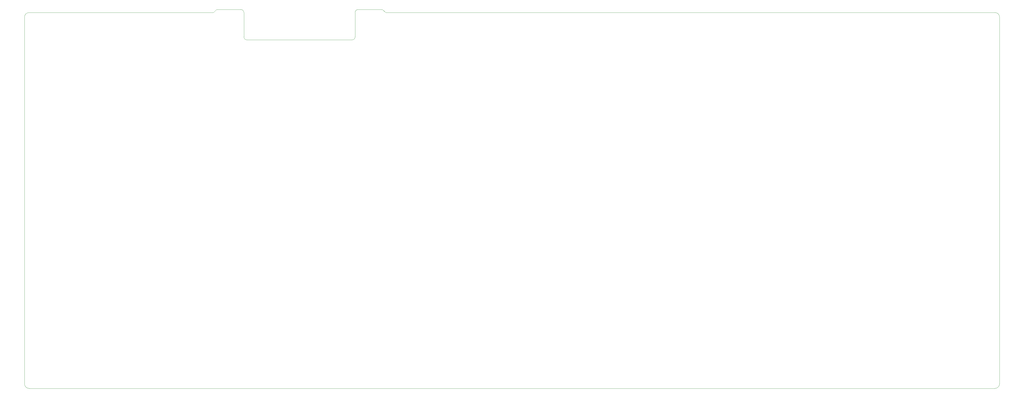
<source format=gbr>
G04 #@! TF.GenerationSoftware,KiCad,Pcbnew,(5.99.0-7511-ga134567838)*
G04 #@! TF.CreationDate,2020-12-30T19:04:15-08:00*
G04 #@! TF.ProjectId,gh80-1800,67683830-2d31-4383-9030-2e6b69636164,rev?*
G04 #@! TF.SameCoordinates,Original*
G04 #@! TF.FileFunction,Profile,NP*
%FSLAX46Y46*%
G04 Gerber Fmt 4.6, Leading zero omitted, Abs format (unit mm)*
G04 Created by KiCad (PCBNEW (5.99.0-7511-ga134567838)) date 2020-12-30 19:04:15*
%MOMM*%
%LPD*%
G01*
G04 APERTURE LIST*
G04 #@! TA.AperFunction,Profile*
%ADD10C,0.100000*%
G04 #@! TD*
G04 APERTURE END LIST*
D10*
X126206356Y10120321D02*
G75*
G03*
X125015730Y8929695I0J-1190626D01*
G01*
X375047190Y8929695D02*
X136921990Y8929695D01*
X-4167191Y-136326677D02*
G75*
G03*
X-2381252Y-138112616I1785939J0D01*
G01*
X135731364Y10120321D02*
X136921990Y8929695D01*
X125015730Y8929695D02*
X125015730Y-595313D01*
X-2381252Y8929695D02*
G75*
G03*
X-4167191Y7143756I0J-1785939D01*
G01*
X80367255Y10120320D02*
X70842188Y10120313D01*
X123825104Y-1785939D02*
X82748507Y-1785939D01*
X-4167191Y7143756D02*
X-4167191Y-136326677D01*
X81557881Y8929694D02*
X81557881Y-595313D01*
X376833129Y-136326677D02*
X376833129Y7143756D01*
X81557881Y8929694D02*
G75*
G03*
X80367255Y10120320I-1190626J0D01*
G01*
X376833129Y7143756D02*
G75*
G03*
X375047190Y8929695I-1785939J0D01*
G01*
X-2381252Y-138112616D02*
X375047190Y-138112616D01*
X70842188Y10120313D02*
X69651563Y8929688D01*
X126206356Y10120321D02*
X135731364Y10120321D01*
X375047190Y-138112616D02*
G75*
G03*
X376833129Y-136326677I0J1785939D01*
G01*
X69651563Y8929688D02*
X-2381250Y8929688D01*
X81557881Y-595313D02*
G75*
G03*
X82748507Y-1785939I1190626J0D01*
G01*
X123825104Y-1785939D02*
G75*
G03*
X125015730Y-595313I0J1190626D01*
G01*
M02*

</source>
